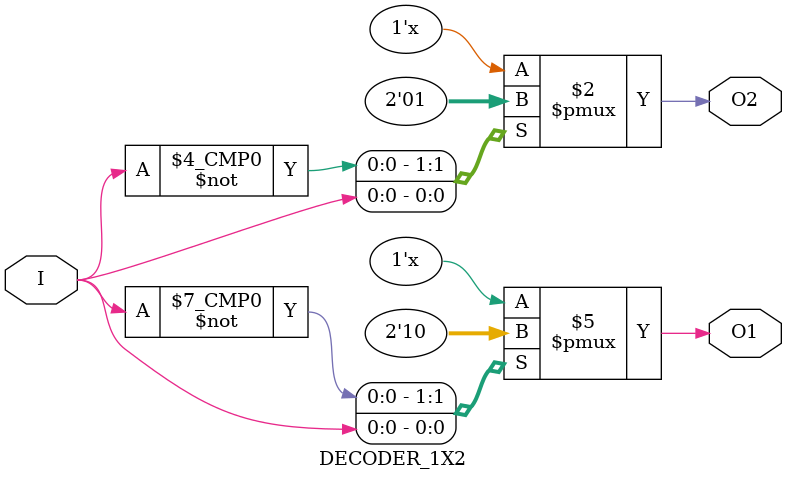
<source format=v>
`timescale 1ns / 1ps

// Author      : Venu Pabbuleti 
// ID          : N180116
//Branch       : ECE
//Project Name : RTL design using Verilog
//Design  Name : 1 TO 2 DECODER
//Module  Name : 1 TO 2 DECODER DESIGN MODULE
//RGUKT NUZVID 
//////////////////////////////////////////////////////////////////////////////////


module DECODER_1X2(I,O1,O2);
input I;
output reg O1,O2;

always@(I) begin
case(I)
1'b0    :   begin O1=1'b1;O2=1'b0; end
1'b1    :   begin O1=1'b0;O2=1'b1; end
default :   begin O1=1'bx;O2=1'bx; end
endcase
end 

endmodule

</source>
